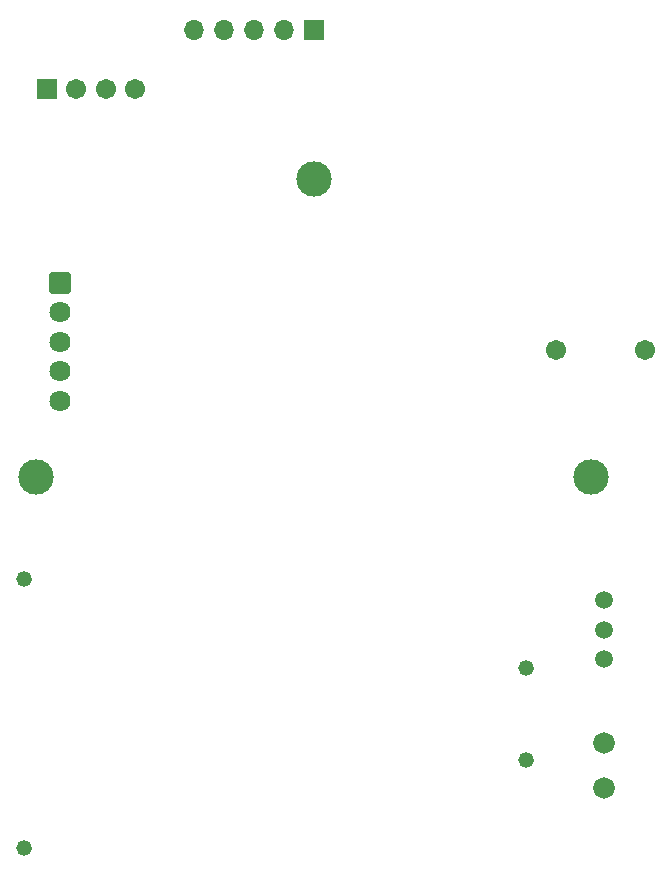
<source format=gbs>
G04 #@! TF.GenerationSoftware,KiCad,Pcbnew,7.0.11-7.0.11~ubuntu22.04.1*
G04 #@! TF.CreationDate,2024-10-12T06:54:40+07:00*
G04 #@! TF.ProjectId,scale,7363616c-652e-46b6-9963-61645f706362,rev?*
G04 #@! TF.SameCoordinates,Original*
G04 #@! TF.FileFunction,Soldermask,Bot*
G04 #@! TF.FilePolarity,Negative*
%FSLAX46Y46*%
G04 Gerber Fmt 4.6, Leading zero omitted, Abs format (unit mm)*
G04 Created by KiCad (PCBNEW 7.0.11-7.0.11~ubuntu22.04.1) date 2024-10-12 06:54:40*
%MOMM*%
%LPD*%
G01*
G04 APERTURE LIST*
G04 Aperture macros list*
%AMRoundRect*
0 Rectangle with rounded corners*
0 $1 Rounding radius*
0 $2 $3 $4 $5 $6 $7 $8 $9 X,Y pos of 4 corners*
0 Add a 4 corners polygon primitive as box body*
4,1,4,$2,$3,$4,$5,$6,$7,$8,$9,$2,$3,0*
0 Add four circle primitives for the rounded corners*
1,1,$1+$1,$2,$3*
1,1,$1+$1,$4,$5*
1,1,$1+$1,$6,$7*
1,1,$1+$1,$8,$9*
0 Add four rect primitives between the rounded corners*
20,1,$1+$1,$2,$3,$4,$5,0*
20,1,$1+$1,$4,$5,$6,$7,0*
20,1,$1+$1,$6,$7,$8,$9,0*
20,1,$1+$1,$8,$9,$2,$3,0*%
G04 Aperture macros list end*
%ADD10C,1.828800*%
%ADD11C,1.712000*%
%ADD12RoundRect,0.102000X-0.795000X0.795000X-0.795000X-0.795000X0.795000X-0.795000X0.795000X0.795000X0*%
%ADD13C,1.794000*%
%ADD14C,1.320800*%
%ADD15RoundRect,0.102000X-0.754000X-0.754000X0.754000X-0.754000X0.754000X0.754000X-0.754000X0.754000X0*%
%ADD16R,1.700000X1.700000*%
%ADD17O,1.700000X1.700000*%
%ADD18C,3.000000*%
%ADD19C,1.498600*%
G04 APERTURE END LIST*
D10*
X53054901Y-81271601D03*
X53054901Y-77461601D03*
D11*
X49000000Y-44250000D03*
X56600000Y-44250000D03*
D12*
X7000000Y-38500000D03*
D13*
X7000000Y-41000000D03*
X7000000Y-43500000D03*
X7000000Y-46000000D03*
X7000000Y-48500000D03*
D14*
X46466596Y-78900000D03*
X46466596Y-71100000D03*
X3966604Y-86399998D03*
X3966604Y-63600003D03*
D15*
X5900000Y-22100000D03*
D11*
X8400000Y-22100000D03*
X10900000Y-22100000D03*
X13400000Y-22100000D03*
D16*
X28500000Y-17150000D03*
D17*
X25960000Y-17150000D03*
X23420000Y-17150000D03*
X20880000Y-17150000D03*
X18340000Y-17150000D03*
D18*
X52000000Y-55000000D03*
X28500000Y-29735000D03*
D19*
X53053101Y-65404778D03*
X53053101Y-67904900D03*
X53053101Y-70405022D03*
D18*
X5000000Y-55000000D03*
M02*

</source>
